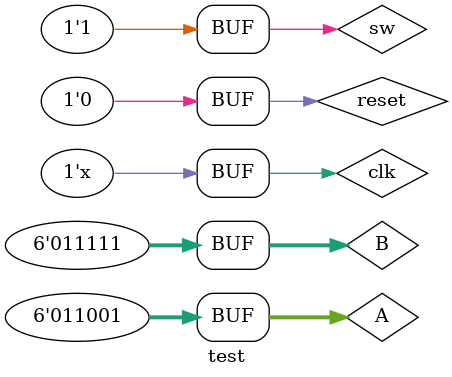
<source format=v>
`timescale 1ns / 1ps


module test;

	// Inputs
	reg [5:0] A;
	reg [5:0] B;
	reg sw;
	reg clk;
	reg reset;

	// Outputs
	wire [11:0] led;

	// Instantiate the Unit Under Test (UUT)
	top uut (
		.A(A), 
		.B(B), 
		.sw(sw), 
		.clk(clk), 
		.reset(reset), 
		.led(led)
	);

	initial begin
		// Initialize Inputs
		A = 0;
		B = 0;
		sw = 0;
		clk = 0;
		reset = 1;

		// Wait 100 ns for global reset to finish
		#100;
      A = 5'b11111;
		B = 5'b11111;
		sw = 1;
		reset = 0;

		// Wait 100 ns for global reset to finish
		#100;
		A = 5'b11111;
		B = 5'b11111;
		sw = 0;
		reset = 0;

		// Wait 100 ns for global reset to finish
		#100;
		A = 5'b11001;
		B = 5'b11111;
		sw = 1;
		reset = 0;

		// Wait 100 ns for global reset to finish
		#100;
		// Add stimulus here
		
	end
   always #50 clk = ~clk;   
endmodule


</source>
